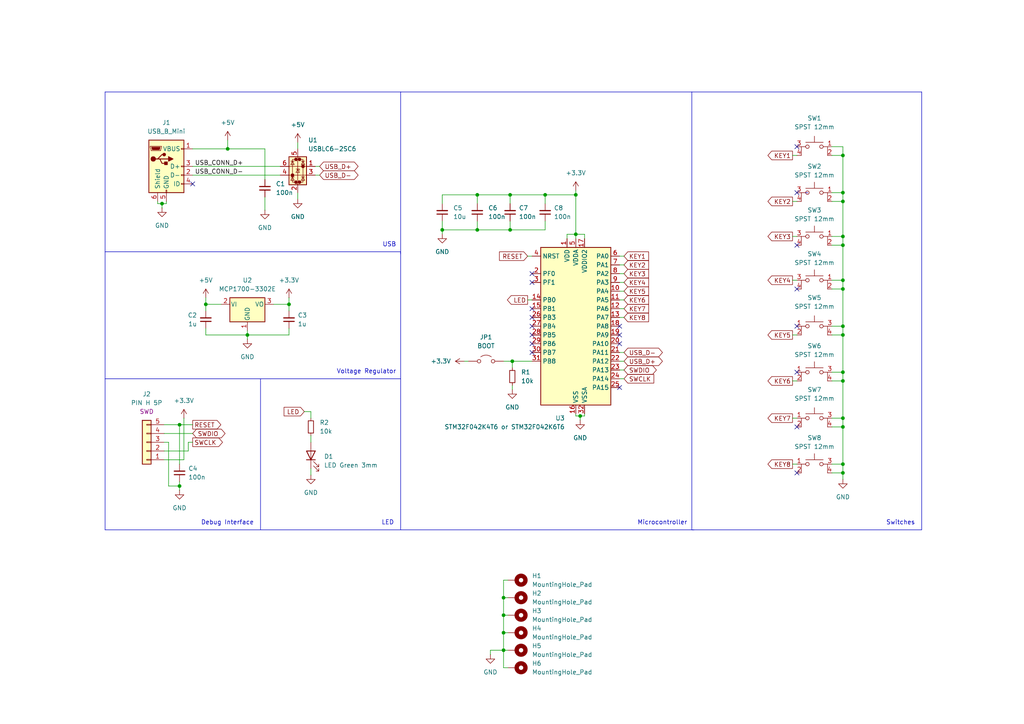
<source format=kicad_sch>
(kicad_sch (version 20231120) (generator "eeschema") (generator_version "8.0")
  (paper "A4")
  (title_block (title "octokeyz") (date "2024-06-16") (rev "20240616") (comment 3 "Released under CERN Open Hardware Licence Version 2 - Strongly Reciprocal") (comment 4 "Designed by: Rafael G. Martins"))
  (lib_symbols
    (symbol "Connector:USB_B_Mini" (pin_names (offset 1.016))
      (property "Reference" "J" (at -5.08 11.43 0))
      (property "Value" "USB_B_Mini" (at -5.08 8.89 0))
      (symbol "USB_B_Mini_0_1"
        (rectangle (start -5.08 -7.62) (end 5.08 7.62) (stroke (width 0.254)) (fill (type background)))
        (circle (center -3.81 2.159) (radius 0.635) (stroke (width 0.254)) (fill (type outline)))
        (circle (center -0.635 3.429) (radius 0.381) (stroke (width 0.254)) (fill (type outline)))
        (rectangle (start -0.127 -7.62) (end 0.127 -6.858))
        (polyline (pts (xy -1.905 2.159) (xy 0.635 2.159)) (stroke (width 0.254)))
        (polyline (pts (xy -3.175 2.159) (xy -2.54 2.159) (xy -1.27 3.429) (xy -0.635 3.429)) (stroke (width 0.254)))
        (polyline (pts (xy -2.54 2.159) (xy -1.905 2.159) (xy -1.27 0.889) (xy 0 0.889)) (stroke (width 0.254)))
        (polyline (pts (xy 0.635 2.794) (xy 0.635 1.524) (xy 1.905 2.159) (xy 0.635 2.794)) (stroke (width 0.254)) (fill (type outline)))
        (polyline (pts (xy -4.318 5.588) (xy -1.778 5.588) (xy -2.032 4.826) (xy -4.064 4.826) (xy -4.318 5.588)) (fill (type outline)))
        (polyline (pts (xy -4.699 5.842) (xy -4.699 5.588) (xy -4.445 4.826) (xy -4.445 4.572) (xy -1.651 4.572) (xy -1.651 4.826) (xy -1.397 5.588) (xy -1.397 5.842) (xy -4.699 5.842)))
        (rectangle (start 0.254 1.27) (end -0.508 0.508) (stroke (width 0.254)) (fill (type outline)))
        (rectangle (start 5.08 -5.207) (end 4.318 -4.953))
        (rectangle (start 5.08 -2.667) (end 4.318 -2.413))
        (rectangle (start 5.08 -0.127) (end 4.318 0.127))
        (rectangle (start 5.08 4.953) (end 4.318 5.207))
      )
      (symbol "USB_B_Mini_1_1"
        (pin power_out line (at 7.62 5.08 180) (length 2.54) (name "VBUS") (number "1"))
        (pin bidirectional line (at 7.62 -2.54 180) (length 2.54) (name "D-") (number "2"))
        (pin bidirectional line (at 7.62 0 180) (length 2.54) (name "D+") (number "3"))
        (pin passive line (at 7.62 -5.08 180) (length 2.54) (name "ID") (number "4"))
        (pin power_out line (at 0 -10.16 90) (length 2.54) (name "GND") (number "5"))
        (pin passive line (at -2.54 -10.16 90) (length 2.54) (name "Shield") (number "6"))
      )
    )
    (symbol "Connector_Generic:Conn_01x05" (pin_names (offset 1.016) hide)
      (property "Reference" "J" (at 0 7.62 0))
      (property "Value" "Conn_01x05" (at 0 -7.62 0))
      (symbol "Conn_01x05_1_1"
        (rectangle (start -1.27 -4.953) (end 0 -5.207) (stroke (width 0.1524)))
        (rectangle (start -1.27 -2.413) (end 0 -2.667) (stroke (width 0.1524)))
        (rectangle (start -1.27 0.127) (end 0 -0.127) (stroke (width 0.1524)))
        (rectangle (start -1.27 2.667) (end 0 2.413) (stroke (width 0.1524)))
        (rectangle (start -1.27 5.207) (end 0 4.953) (stroke (width 0.1524)))
        (rectangle (start -1.27 6.35) (end 1.27 -6.35) (stroke (width 0.254)) (fill (type background)))
        (pin passive line (at -5.08 5.08 0) (length 3.81) (name "Pin_1") (number "1"))
        (pin passive line (at -5.08 2.54 0) (length 3.81) (name "Pin_2") (number "2"))
        (pin passive line (at -5.08 0 0) (length 3.81) (name "Pin_3") (number "3"))
        (pin passive line (at -5.08 -2.54 0) (length 3.81) (name "Pin_4") (number "4"))
        (pin passive line (at -5.08 -5.08 0) (length 3.81) (name "Pin_5") (number "5"))
      )
    )
    (symbol "Device:C_Small" (pin_numbers hide) (pin_names (offset 0.254) hide)
      (property "Reference" "C" (at 0.254 1.778 0))
      (property "Value" "C_Small" (at 0.254 -2.032 0))
      (symbol "C_Small_0_1"
        (polyline (pts (xy -1.524 -0.508) (xy 1.524 -0.508)) (stroke (width 0.3302)))
        (polyline (pts (xy -1.524 0.508) (xy 1.524 0.508)) (stroke (width 0.3048)))
      )
      (symbol "C_Small_1_1"
        (pin passive line (at 0 2.54 270) (length 2.032) (name "~") (number "1"))
        (pin passive line (at 0 -2.54 90) (length 2.032) (name "~") (number "2"))
      )
    )
    (symbol "Device:LED" (pin_numbers hide) (pin_names (offset 1.016) hide)
      (property "Reference" "D" (at 0 2.54 0))
      (property "Value" "LED" (at 0 -2.54 0))
      (symbol "LED_0_1"
        (polyline (pts (xy -1.27 -1.27) (xy -1.27 1.27)) (stroke (width 0.254)))
        (polyline (pts (xy -1.27 0) (xy 1.27 0)))
        (polyline (pts (xy 1.27 -1.27) (xy 1.27 1.27) (xy -1.27 0) (xy 1.27 -1.27)) (stroke (width 0.254)))
        (polyline (pts (xy -3.048 -0.762) (xy -4.572 -2.286) (xy -3.81 -2.286) (xy -4.572 -2.286) (xy -4.572 -1.524)))
        (polyline (pts (xy -1.778 -0.762) (xy -3.302 -2.286) (xy -2.54 -2.286) (xy -3.302 -2.286) (xy -3.302 -1.524)))
      )
      (symbol "LED_1_1"
        (pin passive line (at -3.81 0 0) (length 2.54) (name "K") (number "1"))
        (pin passive line (at 3.81 0 180) (length 2.54) (name "A") (number "2"))
      )
    )
    (symbol "Device:R_Small" (pin_numbers hide) (pin_names (offset 0.254) hide)
      (property "Reference" "R" (at 0.762 0.508 0))
      (property "Value" "R_Small" (at 0.762 -1.016 0))
      (symbol "R_Small_0_1"
        (rectangle (start -0.762 1.778) (end 0.762 -1.778) (stroke (width 0.2032)))
      )
      (symbol "R_Small_1_1"
        (pin passive line (at 0 2.54 270) (length 0.762) (name "~") (number "1"))
        (pin passive line (at 0 -2.54 90) (length 0.762) (name "~") (number "2"))
      )
    )
    (symbol "Jumper:Jumper_2_Open" (pin_numbers hide) (pin_names (offset 0) hide) (exclude_from_sim yes)
      (property "Reference" "JP" (at 0 2.794 0))
      (property "Value" "Jumper_2_Open" (at 0 -2.286 0))
      (symbol "Jumper_2_Open_0_0"
        (circle (center -2.032 0) (radius 0.508))
        (circle (center 2.032 0) (radius 0.508))
      )
      (symbol "Jumper_2_Open_0_1"
        (arc (start 1.524 1.27) (mid 0 1.778) (end -1.524 1.27))
      )
      (symbol "Jumper_2_Open_1_1"
        (pin passive line (at -5.08 0 0) (length 2.54) (name "A") (number "1"))
        (pin passive line (at 5.08 0 180) (length 2.54) (name "B") (number "2"))
      )
    )
    (symbol "MCU_ST_STM32F0:STM32F042K6Tx"
      (property "Reference" "U" (at -10.16 24.13 0))
      (property "Value" "STM32F042K6Tx" (at 5.08 24.13 0))
      (symbol "STM32F042K6Tx_0_1"
        (rectangle (start -10.16 -22.86) (end 10.16 22.86) (stroke (width 0.254)) (fill (type background)))
      )
      (symbol "STM32F042K6Tx_1_1"
        (pin power_in line (at -2.54 25.4 270) (length 2.54) (name "VDD") (number "1"))
        (pin bidirectional line (at 12.7 10.16 180) (length 2.54) (name "PA4") (number "10"))
        (pin bidirectional line (at 12.7 7.62 180) (length 2.54) (name "PA5") (number "11"))
        (pin bidirectional line (at 12.7 5.08 180) (length 2.54) (name "PA6") (number "12"))
        (pin bidirectional line (at 12.7 2.54 180) (length 2.54) (name "PA7") (number "13"))
        (pin bidirectional line (at -12.7 7.62 0) (length 2.54) (name "PB0") (number "14"))
        (pin bidirectional line (at -12.7 5.08 0) (length 2.54) (name "PB1") (number "15"))
        (pin power_in line (at 0 -25.4 90) (length 2.54) (name "VSS") (number "16"))
        (pin power_in line (at 2.54 25.4 270) (length 2.54) (name "VDDIO2") (number "17"))
        (pin bidirectional line (at 12.7 0 180) (length 2.54) (name "PA8") (number "18"))
        (pin bidirectional line (at 12.7 -2.54 180) (length 2.54) (name "PA9") (number "19"))
        (pin bidirectional line (at -12.7 15.24 0) (length 2.54) (name "PF0") (number "2"))
        (pin bidirectional line (at 12.7 -5.08 180) (length 2.54) (name "PA10") (number "20"))
        (pin bidirectional line (at 12.7 -7.62 180) (length 2.54) (name "PA11") (number "21"))
        (pin bidirectional line (at 12.7 -10.16 180) (length 2.54) (name "PA12") (number "22"))
        (pin bidirectional line (at 12.7 -12.7 180) (length 2.54) (name "PA13") (number "23"))
        (pin bidirectional line (at 12.7 -15.24 180) (length 2.54) (name "PA14") (number "24"))
        (pin bidirectional line (at 12.7 -17.78 180) (length 2.54) (name "PA15") (number "25"))
        (pin bidirectional line (at -12.7 2.54 0) (length 2.54) (name "PB3") (number "26"))
        (pin bidirectional line (at -12.7 0 0) (length 2.54) (name "PB4") (number "27"))
        (pin bidirectional line (at -12.7 -2.54 0) (length 2.54) (name "PB5") (number "28"))
        (pin bidirectional line (at -12.7 -5.08 0) (length 2.54) (name "PB6") (number "29"))
        (pin bidirectional line (at -12.7 12.7 0) (length 2.54) (name "PF1") (number "3"))
        (pin bidirectional line (at -12.7 -7.62 0) (length 2.54) (name "PB7") (number "30"))
        (pin bidirectional line (at -12.7 -10.16 0) (length 2.54) (name "PB8") (number "31"))
        (pin power_in line (at 2.54 -25.4 90) (length 2.54) (name "VSSA") (number "32"))
        (pin input line (at -12.7 20.32 0) (length 2.54) (name "NRST") (number "4"))
        (pin power_in line (at 0 25.4 270) (length 2.54) (name "VDDA") (number "5"))
        (pin bidirectional line (at 12.7 20.32 180) (length 2.54) (name "PA0") (number "6"))
        (pin bidirectional line (at 12.7 17.78 180) (length 2.54) (name "PA1") (number "7"))
        (pin bidirectional line (at 12.7 15.24 180) (length 2.54) (name "PA2") (number "8"))
        (pin bidirectional line (at 12.7 12.7 180) (length 2.54) (name "PA3") (number "9"))
      )
    )
    (symbol "Mechanical:MountingHole_Pad" (pin_numbers hide) (pin_names (offset 1.016) hide) (exclude_from_sim yes) (in_bom no)
      (property "Reference" "H" (at 0 6.35 0))
      (property "Value" "MountingHole_Pad" (at 0 4.445 0))
      (symbol "MountingHole_Pad_0_1"
        (circle (center 0 1.27) (radius 1.27) (stroke (width 1.27)))
      )
      (symbol "MountingHole_Pad_1_1"
        (pin input line (at 0 -2.54 90) (length 2.54) (name "1") (number "1"))
      )
    )
    (symbol "Power_Protection:USBLC6-2SC6" (pin_names hide)
      (property "Reference" "U" (at 0.635 5.715 0))
      (property "Value" "USBLC6-2SC6" (at 0.635 3.81 0))
      (symbol "USBLC6-2SC6_0_0"
        (circle (center -1.524 0) (radius 0.0001) (stroke (width 0.508)))
        (circle (center -0.508 -4.572) (radius 0.0001) (stroke (width 0.508)))
        (circle (center -0.508 2.032) (radius 0.0001) (stroke (width 0.508)))
        (circle (center 0.508 -4.572) (radius 0.0001) (stroke (width 0.508)))
        (circle (center 0.508 2.032) (radius 0.0001) (stroke (width 0.508)))
        (circle (center 1.524 -2.54) (radius 0.0001) (stroke (width 0.508)))
      )
      (symbol "USBLC6-2SC6_0_1"
        (polyline (pts (xy -2.54 -2.54) (xy 2.54 -2.54)))
        (polyline (pts (xy -2.54 0) (xy 2.54 0)))
        (polyline (pts (xy -2.032 -3.048) (xy -1.016 -3.048)))
        (polyline (pts (xy -1.016 1.524) (xy -2.032 1.524)))
        (polyline (pts (xy 1.016 -3.048) (xy 2.032 -3.048)))
        (polyline (pts (xy 1.016 1.524) (xy 2.032 1.524)))
        (polyline (pts (xy -0.508 -1.143) (xy -0.508 -0.762) (xy 0.508 -0.762)))
        (polyline (pts (xy -2.032 0.508) (xy -1.016 0.508) (xy -1.524 1.524) (xy -2.032 0.508)))
        (polyline (pts (xy -1.016 -4.064) (xy -2.032 -4.064) (xy -1.524 -3.048) (xy -1.016 -4.064)))
        (polyline (pts (xy 0.508 -1.778) (xy -0.508 -1.778) (xy 0 -0.762) (xy 0.508 -1.778)))
        (polyline (pts (xy 2.032 -4.064) (xy 1.016 -4.064) (xy 1.524 -3.048) (xy 2.032 -4.064)))
        (polyline (pts (xy 2.032 0.508) (xy 1.016 0.508) (xy 1.524 1.524) (xy 2.032 0.508)))
        (polyline (pts (xy 0 2.54) (xy -0.508 2.032) (xy 0.508 2.032) (xy 0 1.524) (xy 0 -4.064) (xy -0.508 -4.572) (xy 0.508 -4.572) (xy 0 -5.08)))
      )
      (symbol "USBLC6-2SC6_1_1"
        (rectangle (start -2.54 2.794) (end 2.54 -5.334) (stroke (width 0.254)) (fill (type background)))
        (polyline (pts (xy -0.508 2.032) (xy -1.524 2.032) (xy -1.524 -4.572) (xy -0.508 -4.572)))
        (polyline (pts (xy 0.508 -4.572) (xy 1.524 -4.572) (xy 1.524 2.032) (xy 0.508 2.032)))
        (pin passive line (at -5.08 0 0) (length 2.54) (name "I/O1") (number "1"))
        (pin passive line (at 0 -7.62 90) (length 2.54) (name "GND") (number "2"))
        (pin passive line (at -5.08 -2.54 0) (length 2.54) (name "I/O2") (number "3"))
        (pin passive line (at 5.08 -2.54 180) (length 2.54) (name "I/O2") (number "4"))
        (pin passive line (at 0 5.08 270) (length 2.54) (name "VBUS") (number "5"))
        (pin passive line (at 5.08 0 180) (length 2.54) (name "I/O1") (number "6"))
      )
    )
    (symbol "Regulator_Linear:MCP1700x-330xxTO" (pin_names (offset 0.254))
      (property "Reference" "U" (at -3.81 -3.175 0))
      (property "Value" "MCP1700x-330xxTO" (at 0 -3.175 0))
      (symbol "MCP1700x-330xxTO_0_1"
        (rectangle (start -5.08 5.08) (end 5.08 -1.905) (stroke (width 0.254)) (fill (type background)))
      )
      (symbol "MCP1700x-330xxTO_1_1"
        (pin power_in line (at 0 7.62 270) (length 2.54) (name "GND") (number "1"))
        (pin power_in line (at -7.62 0 0) (length 2.54) (name "VI") (number "2"))
        (pin power_out line (at 7.62 0 180) (length 2.54) (name "VO") (number "3"))
      )
    )
    (symbol "octokeyz:SW_Push" (pin_names (offset 1.016) hide)
      (property "Reference" "SW" (at 1.27 2.54 0))
      (property "Value" "SW_Push" (at 0 -3.81 0))
      (symbol "SW_Push_0_1"
        (circle (center -2.032 0) (radius 0.508))
        (polyline (pts (xy 0 1.27) (xy 0 3.048)))
        (polyline (pts (xy 2.54 1.27) (xy -2.54 1.27)))
        (polyline (pts (xy -3.81 -2.54) (xy -3.81 0) (xy -2.54 0)))
        (polyline (pts (xy 3.81 -2.54) (xy 3.81 0) (xy 2.54 0)))
        (circle (center 2.032 0) (radius 0.508))
        (pin passive line (at -5.08 0 0) (length 1.27) (name "1") (number "1"))
        (pin passive line (at -5.08 -2.54 0) (length 1.27) (name "2") (number "2"))
        (pin passive line (at 5.08 0 180) (length 1.27) (name "3") (number "3"))
        (pin passive line (at 5.08 -2.54 180) (length 1.27) (name "4") (number "4"))
      )
    )
    (symbol "power:+3.3V" (power) (pin_numbers hide) (pin_names (offset 0) hide)
      (property "Value" "+3.3V" (at 0 3.556 0))
      (symbol "+3.3V_0_1"
        (polyline (pts (xy -0.762 1.27) (xy 0 2.54)))
        (polyline (pts (xy 0 0) (xy 0 2.54)))
        (polyline (pts (xy 0 2.54) (xy 0.762 1.27)))
      )
      (symbol "+3.3V_1_1"
        (pin power_in line (at 0 0 90) (length 0) (name "~") (number "1"))
      )
    )
    (symbol "power:+5V" (power) (pin_numbers hide) (pin_names (offset 0) hide)
      (property "Value" "+5V" (at 0 3.556 0))
      (symbol "+5V_0_1"
        (polyline (pts (xy -0.762 1.27) (xy 0 2.54)))
        (polyline (pts (xy 0 0) (xy 0 2.54)))
        (polyline (pts (xy 0 2.54) (xy 0.762 1.27)))
      )
      (symbol "+5V_1_1"
        (pin power_in line (at 0 0 90) (length 0) (name "~") (number "1"))
      )
    )
    (symbol "power:GND" (power) (pin_numbers hide) (pin_names (offset 0) hide)
      (property "Value" "GND" (at 0 -3.81 0))
      (symbol "GND_0_1"
        (polyline (pts (xy 0 0) (xy 0 -1.27) (xy 1.27 -1.27) (xy 0 -2.54) (xy -1.27 -1.27) (xy 0 -1.27)))
      )
      (symbol "GND_1_1"
        (pin power_in line (at 0 0 270) (length 0) (name "~") (number "1"))
      )
    )
  )
  (junction (at 52.07 140.97))
  (junction (at 167.005 56.515))
  (junction (at 244.475 68.58))
  (junction (at 244.475 137.16))
  (junction (at 146.05 178.435))
  (junction (at 244.475 107.95))
  (junction (at 244.475 58.42))
  (junction (at 244.475 83.82))
  (junction (at 244.475 123.825))
  (junction (at 146.05 188.595))
  (junction (at 146.05 183.515))
  (junction (at 148.59 104.775))
  (junction (at 138.43 66.675))
  (junction (at 244.475 97.155))
  (junction (at 244.475 134.62))
  (junction (at 128.27 66.675))
  (junction (at 244.475 121.285))
  (junction (at 147.955 66.675))
  (junction (at 244.475 55.88))
  (junction (at 167.005 67.945))
  (junction (at 168.275 120.65))
  (junction (at 244.475 110.49))
  (junction (at 46.99 59.055))
  (junction (at 66.04 43.18))
  (junction (at 244.475 81.28))
  (junction (at 71.755 97.155))
  (junction (at 158.115 56.515))
  (junction (at 244.475 45.085))
  (junction (at 147.955 56.515))
  (junction (at 138.43 56.515))
  (junction (at 83.82 88.265))
  (junction (at 59.69 88.265))
  (junction (at 244.475 71.12))
  (junction (at 244.475 94.615))
  (junction (at 146.05 173.355))
  (junction (at 52.07 123.19))
  (no_connect (at 154.305 99.695))
  (no_connect (at 179.705 97.155))
  (no_connect (at 179.705 94.615))
  (no_connect (at 231.14 83.82))
  (no_connect (at 231.14 94.615))
  (no_connect (at 231.14 71.12))
  (no_connect (at 154.305 89.535))
  (no_connect (at 154.305 81.915))
  (no_connect (at 231.14 137.16))
  (no_connect (at 154.305 79.375))
  (no_connect (at 231.14 42.545))
  (no_connect (at 179.705 99.695))
  (no_connect (at 231.14 107.95))
  (no_connect (at 154.305 94.615))
  (no_connect (at 231.14 55.88))
  (no_connect (at 154.305 92.075))
  (no_connect (at 154.305 102.235))
  (no_connect (at 154.305 97.155))
  (no_connect (at 179.705 112.395))
  (no_connect (at 55.88 53.34))
  (no_connect (at 231.14 123.825))
  (wire (pts (xy 244.475 55.88) (xy 244.475 58.42)))
  (wire (pts (xy 241.3 45.085) (xy 244.475 45.085)))
  (wire (pts (xy 54.61 130.81) (xy 54.61 128.27)))
  (wire (pts (xy 54.61 128.27) (xy 55.88 128.27)))
  (wire (pts (xy 241.3 71.12) (xy 244.475 71.12)))
  (wire (pts (xy 146.05 173.355) (xy 147.32 173.355)))
  (wire (pts (xy 179.705 81.915) (xy 180.975 81.915)))
  (wire (pts (xy 168.275 120.65) (xy 169.545 120.65)))
  (wire (pts (xy 229.87 97.155) (xy 231.14 97.155)))
  (wire (pts (xy 47.625 133.35) (xy 53.34 133.35)))
  (wire (pts (xy 241.3 97.155) (xy 244.475 97.155)))
  (wire (pts (xy 55.88 43.18) (xy 66.04 43.18)))
  (wire (pts (xy 146.05 188.595) (xy 146.05 183.515)))
  (wire (pts (xy 138.43 56.515) (xy 147.955 56.515)))
  (wire (pts (xy 179.705 92.075) (xy 180.975 92.075)))
  (wire (pts (xy 146.05 178.435) (xy 146.05 183.515)))
  (wire (pts (xy 241.3 68.58) (xy 244.475 68.58)))
  (wire (pts (xy 146.05 188.595) (xy 142.24 188.595)))
  (polyline (pts (xy 200.66 153.67) (xy 201.295 153.67)))
  (wire (pts (xy 59.69 88.265) (xy 64.135 88.265)))
  (wire (pts (xy 179.705 104.775) (xy 180.975 104.775)))
  (wire (pts (xy 146.05 183.515) (xy 147.32 183.515)))
  (wire (pts (xy 148.59 111.76) (xy 148.59 113.03)))
  (polyline (pts (xy 30.48 26.67) (xy 30.48 153.67)))
  (wire (pts (xy 229.87 81.28) (xy 231.14 81.28)))
  (wire (pts (xy 45.72 58.42) (xy 45.72 59.055)))
  (wire (pts (xy 244.475 68.58) (xy 244.475 71.12)))
  (wire (pts (xy 90.17 135.89) (xy 90.17 137.795)))
  (polyline (pts (xy 30.48 109.855) (xy 116.205 109.855)))
  (wire (pts (xy 179.705 76.835) (xy 180.975 76.835)))
  (wire (pts (xy 66.04 43.18) (xy 76.835 43.18)))
  (wire (pts (xy 229.87 45.085) (xy 231.14 45.085)))
  (wire (pts (xy 83.82 88.265) (xy 83.82 90.17)))
  (wire (pts (xy 52.07 123.19) (xy 55.88 123.19)))
  (wire (pts (xy 52.07 140.97) (xy 52.07 139.7)))
  (wire (pts (xy 146.05 104.775) (xy 148.59 104.775)))
  (wire (pts (xy 229.87 134.62) (xy 231.14 134.62)))
  (wire (pts (xy 244.475 81.28) (xy 244.475 83.82)))
  (wire (pts (xy 179.705 74.295) (xy 180.975 74.295)))
  (wire (pts (xy 158.115 56.515) (xy 167.005 56.515)))
  (wire (pts (xy 229.87 110.49) (xy 231.14 110.49)))
  (wire (pts (xy 147.32 168.275) (xy 146.05 168.275)))
  (wire (pts (xy 229.87 121.285) (xy 231.14 121.285)))
  (wire (pts (xy 59.69 86.36) (xy 59.69 88.265)))
  (wire (pts (xy 71.755 97.155) (xy 71.755 98.425)))
  (wire (pts (xy 244.475 42.545) (xy 241.3 42.545)))
  (wire (pts (xy 179.705 79.375) (xy 180.975 79.375)))
  (wire (pts (xy 244.475 123.825) (xy 244.475 121.285)))
  (wire (pts (xy 167.005 56.515) (xy 167.005 67.945)))
  (wire (pts (xy 241.3 94.615) (xy 244.475 94.615)))
  (wire (pts (xy 147.955 56.515) (xy 147.955 59.055)))
  (wire (pts (xy 86.36 55.88) (xy 86.36 57.785)))
  (wire (pts (xy 128.27 67.945) (xy 128.27 66.675)))
  (wire (pts (xy 158.115 66.675) (xy 158.115 64.135)))
  (wire (pts (xy 169.545 120.65) (xy 169.545 120.015)))
  (wire (pts (xy 147.955 64.135) (xy 147.955 66.675)))
  (wire (pts (xy 244.475 110.49) (xy 244.475 121.285)))
  (wire (pts (xy 241.3 134.62) (xy 244.475 134.62)))
  (wire (pts (xy 91.44 48.26) (xy 92.71 48.26)))
  (wire (pts (xy 146.05 193.675) (xy 147.32 193.675)))
  (wire (pts (xy 146.05 173.355) (xy 146.05 178.435)))
  (wire (pts (xy 90.17 119.38) (xy 90.17 121.285)))
  (wire (pts (xy 241.3 110.49) (xy 244.475 110.49)))
  (wire (pts (xy 164.465 67.945) (xy 167.005 67.945)))
  (wire (pts (xy 83.82 86.36) (xy 83.82 88.265)))
  (wire (pts (xy 52.07 134.62) (xy 52.07 123.19)))
  (wire (pts (xy 164.465 67.945) (xy 164.465 69.215)))
  (wire (pts (xy 241.3 121.285) (xy 244.475 121.285)))
  (wire (pts (xy 48.26 59.055) (xy 48.26 58.42)))
  (wire (pts (xy 158.115 56.515) (xy 158.115 59.055)))
  (wire (pts (xy 244.475 42.545) (xy 244.475 45.085)))
  (polyline (pts (xy 200.66 26.67) (xy 200.66 153.67)))
  (wire (pts (xy 169.545 67.945) (xy 167.005 67.945)))
  (wire (pts (xy 91.44 50.8) (xy 92.71 50.8)))
  (wire (pts (xy 76.835 57.15) (xy 76.835 60.96)))
  (wire (pts (xy 244.475 94.615) (xy 244.475 97.155)))
  (wire (pts (xy 167.005 67.945) (xy 167.005 69.215)))
  (wire (pts (xy 241.3 137.16) (xy 244.475 137.16)))
  (polyline (pts (xy 267.335 26.67) (xy 267.335 153.67)))
  (wire (pts (xy 244.475 137.16) (xy 244.475 134.62)))
  (wire (pts (xy 46.99 59.055) (xy 46.99 60.325)))
  (wire (pts (xy 48.895 140.97) (xy 52.07 140.97)))
  (wire (pts (xy 90.17 126.365) (xy 90.17 128.27)))
  (wire (pts (xy 179.705 109.855) (xy 180.975 109.855)))
  (wire (pts (xy 128.27 66.675) (xy 138.43 66.675)))
  (wire (pts (xy 134.62 104.775) (xy 135.89 104.775)))
  (wire (pts (xy 55.88 50.8) (xy 81.28 50.8)))
  (wire (pts (xy 71.755 95.885) (xy 71.755 97.155)))
  (wire (pts (xy 179.705 107.315) (xy 180.975 107.315)))
  (wire (pts (xy 244.475 123.825) (xy 244.475 134.62)))
  (wire (pts (xy 179.705 86.995) (xy 180.975 86.995)))
  (wire (pts (xy 138.43 66.675) (xy 147.955 66.675)))
  (wire (pts (xy 241.3 83.82) (xy 244.475 83.82)))
  (wire (pts (xy 146.05 188.595) (xy 147.32 188.595)))
  (wire (pts (xy 167.005 120.65) (xy 168.275 120.65)))
  (wire (pts (xy 244.475 58.42) (xy 244.475 68.58)))
  (wire (pts (xy 52.07 140.97) (xy 52.07 142.24)))
  (wire (pts (xy 244.475 107.95) (xy 244.475 110.49)))
  (wire (pts (xy 168.275 120.65) (xy 168.275 121.92)))
  (wire (pts (xy 146.05 193.675) (xy 146.05 188.595)))
  (wire (pts (xy 147.955 66.675) (xy 158.115 66.675)))
  (wire (pts (xy 241.3 81.28) (xy 244.475 81.28)))
  (wire (pts (xy 76.835 43.18) (xy 76.835 52.07)))
  (wire (pts (xy 179.705 84.455) (xy 180.975 84.455)))
  (wire (pts (xy 148.59 104.775) (xy 148.59 106.68)))
  (wire (pts (xy 167.005 55.245) (xy 167.005 56.515)))
  (wire (pts (xy 244.475 137.16) (xy 244.475 139.065)))
  (wire (pts (xy 244.475 45.085) (xy 244.475 55.88)))
  (wire (pts (xy 241.3 55.88) (xy 244.475 55.88)))
  (wire (pts (xy 52.07 123.19) (xy 47.625 123.19)))
  (wire (pts (xy 128.27 56.515) (xy 138.43 56.515)))
  (wire (pts (xy 179.705 102.235) (xy 180.975 102.235)))
  (wire (pts (xy 241.3 123.825) (xy 244.475 123.825)))
  (wire (pts (xy 146.05 178.435) (xy 147.32 178.435)))
  (wire (pts (xy 128.27 56.515) (xy 128.27 59.055)))
  (wire (pts (xy 153.035 86.995) (xy 154.305 86.995)))
  (wire (pts (xy 48.895 128.27) (xy 48.895 140.97)))
  (polyline (pts (xy 267.335 153.67) (xy 30.48 153.67)))
  (wire (pts (xy 147.955 56.515) (xy 158.115 56.515)))
  (wire (pts (xy 229.87 58.42) (xy 231.14 58.42)))
  (wire (pts (xy 55.88 48.26) (xy 81.28 48.26)))
  (wire (pts (xy 146.05 168.275) (xy 146.05 173.355)))
  (wire (pts (xy 47.625 130.81) (xy 54.61 130.81)))
  (wire (pts (xy 128.27 64.135) (xy 128.27 66.675)))
  (wire (pts (xy 138.43 64.135) (xy 138.43 66.675)))
  (wire (pts (xy 71.755 97.155) (xy 83.82 97.155)))
  (wire (pts (xy 47.625 125.73) (xy 55.88 125.73)))
  (wire (pts (xy 244.475 71.12) (xy 244.475 81.28)))
  (wire (pts (xy 59.69 95.25) (xy 59.69 97.155)))
  (wire (pts (xy 45.72 59.055) (xy 46.99 59.055)))
  (wire (pts (xy 241.3 107.95) (xy 244.475 107.95)))
  (wire (pts (xy 148.59 104.775) (xy 154.305 104.775)))
  (wire (pts (xy 244.475 83.82) (xy 244.475 94.615)))
  (polyline (pts (xy 30.48 26.67) (xy 267.335 26.67)))
  (wire (pts (xy 88.265 119.38) (xy 90.17 119.38)))
  (wire (pts (xy 142.24 188.595) (xy 142.24 189.865)))
  (wire (pts (xy 46.99 59.055) (xy 48.26 59.055)))
  (wire (pts (xy 47.625 128.27) (xy 48.895 128.27)))
  (wire (pts (xy 167.005 120.015) (xy 167.005 120.65)))
  (polyline (pts (xy 116.205 73.025) (xy 116.205 73.66)))
  (polyline (pts (xy 75.565 109.855) (xy 75.565 153.67)))
  (wire (pts (xy 53.34 121.285) (xy 53.34 133.35)))
  (wire (pts (xy 59.69 97.155) (xy 71.755 97.155)))
  (wire (pts (xy 79.375 88.265) (xy 83.82 88.265)))
  (polyline (pts (xy 116.205 26.67) (xy 116.205 153.67)))
  (wire (pts (xy 244.475 97.155) (xy 244.475 107.95)))
  (wire (pts (xy 241.3 58.42) (xy 244.475 58.42)))
  (polyline (pts (xy 234.315 55.88) (xy 233.68 55.88)))
  (wire (pts (xy 169.545 67.945) (xy 169.545 69.215)))
  (wire (pts (xy 66.04 40.64) (xy 66.04 43.18)))
  (wire (pts (xy 86.36 41.275) (xy 86.36 43.18)))
  (wire (pts (xy 229.87 68.58) (xy 231.14 68.58)))
  (polyline (pts (xy 30.48 73.025) (xy 116.205 73.025)))
  (wire (pts (xy 179.705 89.535) (xy 180.975 89.535)))
  (wire (pts (xy 59.69 88.265) (xy 59.69 90.17)))
  (wire (pts (xy 153.035 74.295) (xy 154.305 74.295)))
  (wire (pts (xy 138.43 56.515) (xy 138.43 59.055)))
  (wire (pts (xy 83.82 95.25) (xy 83.82 97.155)))
  (text "Debug Interface" (at 73.66 152.4 0) (effects (font (size 1.27 1.27)) (justify right bottom)))
  (text "LED" (at 114.3 152.4 0) (effects (font (size 1.27 1.27)) (justify right bottom)))
  (text "Switches" (at 265.43 152.4 0) (effects (font (size 1.27 1.27)) (justify right bottom)))
  (text "Microcontroller" (at 199.39 152.4 0) (effects (font (size 1.27 1.27)) (justify right bottom)))
  (text "Voltage Regulator" (at 114.935 108.585 0) (effects (font (size 1.27 1.27)) (justify right bottom)))
  (text "USB" (at 114.935 71.755 0) (effects (font (size 1.27 1.27)) (justify right bottom)))
  (label "USB_CONN_D-" (at 56.515 50.8 0))
  (label "USB_CONN_D+" (at 56.515 48.26 0))
  (global_label "SWCLK" (shape input) (at 180.975 109.855 0) (property "Intersheetrefs" "${INTERSHEET_REFS}" (effects (hide yes))))
  (global_label "USB_D-" (shape bidirectional) (at 92.71 50.8 0) (property "Intersheetrefs" "${INTERSHEET_REFS}" (effects (hide yes))))
  (global_label "KEY8" (shape input) (at 180.975 92.075 0) (property "Intersheetrefs" "${INTERSHEET_REFS}" (effects (hide yes))))
  (global_label "KEY5" (shape output) (at 229.87 97.155 180) (property "Intersheetrefs" "${INTERSHEET_REFS}" (effects (hide yes))))
  (global_label "USB_D-" (shape bidirectional) (at 180.975 102.235 0) (property "Intersheetrefs" "${INTERSHEET_REFS}" (effects (hide yes))))
  (global_label "KEY1" (shape output) (at 229.87 45.085 180) (property "Intersheetrefs" "${INTERSHEET_REFS}" (effects (hide yes))))
  (global_label "SWDIO" (shape bidirectional) (at 55.88 125.73 0) (property "Intersheetrefs" "${INTERSHEET_REFS}" (effects (hide yes))))
  (global_label "KEY5" (shape input) (at 180.975 84.455 0) (property "Intersheetrefs" "${INTERSHEET_REFS}" (effects (hide yes))))
  (global_label "RESET" (shape output) (at 55.88 123.19 0) (property "Intersheetrefs" "${INTERSHEET_REFS}" (effects (hide yes))))
  (global_label "SWDIO" (shape bidirectional) (at 180.975 107.315 0) (property "Intersheetrefs" "${INTERSHEET_REFS}" (effects (hide yes))))
  (global_label "KEY3" (shape output) (at 229.87 68.58 180) (property "Intersheetrefs" "${INTERSHEET_REFS}" (effects (hide yes))))
  (global_label "KEY4" (shape output) (at 229.87 81.28 180) (property "Intersheetrefs" "${INTERSHEET_REFS}" (effects (hide yes))))
  (global_label "KEY4" (shape input) (at 180.975 81.915 0) (property "Intersheetrefs" "${INTERSHEET_REFS}" (effects (hide yes))))
  (global_label "USB_D+" (shape bidirectional) (at 180.975 104.775 0) (property "Intersheetrefs" "${INTERSHEET_REFS}" (effects (hide yes))))
  (global_label "LED" (shape output) (at 153.035 86.995 180) (property "Intersheetrefs" "${INTERSHEET_REFS}" (effects (hide yes))))
  (global_label "KEY1" (shape input) (at 180.975 74.295 0) (property "Intersheetrefs" "${INTERSHEET_REFS}" (effects (hide yes))))
  (global_label "KEY3" (shape input) (at 180.975 79.375 0) (property "Intersheetrefs" "${INTERSHEET_REFS}" (effects (hide yes))))
  (global_label "KEY2" (shape output) (at 229.87 58.42 180) (property "Intersheetrefs" "${INTERSHEET_REFS}" (effects (hide yes))))
  (global_label "RESET" (shape input) (at 153.035 74.295 180) (property "Intersheetrefs" "${INTERSHEET_REFS}" (effects (hide yes))))
  (global_label "KEY2" (shape input) (at 180.975 76.835 0) (property "Intersheetrefs" "${INTERSHEET_REFS}" (effects (hide yes))))
  (global_label "USB_D+" (shape bidirectional) (at 92.71 48.26 0) (property "Intersheetrefs" "${INTERSHEET_REFS}" (effects (hide yes))))
  (global_label "KEY6" (shape input) (at 180.975 86.995 0) (property "Intersheetrefs" "${INTERSHEET_REFS}" (effects (hide yes))))
  (global_label "SWCLK" (shape output) (at 55.88 128.27 0) (property "Intersheetrefs" "${INTERSHEET_REFS}" (effects (hide yes))))
  (global_label "KEY7" (shape input) (at 180.975 89.535 0) (property "Intersheetrefs" "${INTERSHEET_REFS}" (effects (hide yes))))
  (global_label "KEY8" (shape output) (at 229.87 134.62 180) (property "Intersheetrefs" "${INTERSHEET_REFS}" (effects (hide yes))))
  (global_label "KEY7" (shape output) (at 229.87 121.285 180) (property "Intersheetrefs" "${INTERSHEET_REFS}" (effects (hide yes))))
  (global_label "KEY6" (shape output) (at 229.87 110.49 180) (property "Intersheetrefs" "${INTERSHEET_REFS}" (effects (hide yes))))
  (global_label "LED" (shape input) (at 88.265 119.38 180) (property "Intersheetrefs" "${INTERSHEET_REFS}" (effects (hide yes))))
  (symbol (lib_id "Connector:USB_B_Mini") (at 48.26 48.26 0) (unit 1)
    (property "Reference" "J1" (at 48.26 35.56 0))
    (property "Value" "USB_B_Mini" (at 48.26 38.1 0))
    (property "Footprint" "octokeyz:USB_Mini-B_PTH" (effects (hide yes)))
    (property "Description" "USB Mini Type B connector" (effects (hide yes)))
    (property "MPN" "GMSB0522132EU" (effects (hide yes)))
  )
  (symbol (lib_id "octokeyz:SW_Push") (at 236.22 55.88 0) (mirror y) (unit 1)
    (property "Reference" "SW2" (at 236.22 48.26 0))
    (property "Value" "SPST 12mm" (at 236.22 50.8 0))
    (property "Footprint" "octokeyz:SW_PUSH-12mm" (effects (hide yes)))
    (property "Description" "Push button switch, generic, two pins" (effects (hide yes)))
  )
  (symbol (lib_id "power:GND") (at 46.99 60.325 0) (unit 1)
    (property "Reference" "#PWR01" (effects (hide yes)))
    (property "Value" "GND" (at 46.99 65.405 0))
    (property "Description" "Power symbol creates a global label with name \"GND\" , ground" (effects (hide yes)))
  )
  (symbol (lib_id "power:GND") (at 76.835 60.96 0) (unit 1)
    (property "Reference" "#PWR07" (effects (hide yes)))
    (property "Value" "GND" (at 76.835 66.04 0))
    (property "Description" "Power symbol creates a global label with name \"GND\" , ground" (effects (hide yes)))
  )
  (symbol (lib_id "MCU_ST_STM32F0:STM32F042K6Tx") (at 167.005 94.615 0) (unit 1)
    (property "Reference" "U3" (at 163.83 121.285 0) (effects (justify right)))
    (property "Value" "STM32F042K4T6 or STM32F042K6T6" (at 163.83 123.825 0) (effects (justify right)))
    (property "Footprint" "Package_QFP:LQFP-32_7x7mm_P0.8mm" (effects (hide yes)))
    (property "Datasheet" "https://www.st.com/resource/en/datasheet/stm32f042k6.pdf" (effects (hide yes)))
    (property "Description" "STMicroelectronics Arm Cortex-M0 MCU, 32KB flash, 6KB RAM, 48 MHz, 2.0-3.6V, 26 GPIO, LQFP32" (effects (hide yes)))
    (property "MPN" "STM32F042K6T6" (effects (hide yes)))
  )
  (symbol (lib_id "Mechanical:MountingHole_Pad") (at 149.86 168.275 270) (unit 1)
    (property "Reference" "H1" (at 154.305 167.0049 90) (effects (justify left)))
    (property "Value" "MountingHole_Pad" (at 154.305 169.5449 90) (effects (justify left)))
    (property "Footprint" "MountingHole:MountingHole_2.2mm_M2_Pad_Via" (effects (hide yes)))
    (property "Description" "Mounting Hole with connection" (effects (hide yes)))
  )
  (symbol (lib_id "power:+5V") (at 66.04 40.64 0) (unit 1)
    (property "Reference" "#PWR05" (effects (hide yes)))
    (property "Value" "+5V" (at 66.04 35.56 0))
    (property "Description" "Power symbol creates a global label with name \"+5V\"" (effects (hide yes)))
  )
  (symbol (lib_id "Mechanical:MountingHole_Pad") (at 149.86 193.675 270) (unit 1)
    (property "Reference" "H6" (at 154.305 192.4049 90) (effects (justify left)))
    (property "Value" "MountingHole_Pad" (at 154.305 194.9449 90) (effects (justify left)))
    (property "Footprint" "MountingHole:MountingHole_2.2mm_M2_Pad_Via" (effects (hide yes)))
    (property "Description" "Mounting Hole with connection" (effects (hide yes)))
  )
  (symbol (lib_id "octokeyz:SW_Push") (at 236.22 107.95 0) (unit 1)
    (property "Reference" "SW6" (at 236.22 100.33 0))
    (property "Value" "SPST 12mm" (at 236.22 102.87 0))
    (property "Footprint" "octokeyz:SW_PUSH-12mm" (effects (hide yes)))
    (property "Description" "Push button switch, generic, two pins" (effects (hide yes)))
  )
  (symbol (lib_id "power:GND") (at 128.27 67.945 0) (unit 1)
    (property "Reference" "#PWR012" (effects (hide yes)))
    (property "Value" "GND" (at 128.27 73.025 0))
    (property "Description" "Power symbol creates a global label with name \"GND\" , ground" (effects (hide yes)))
  )
  (symbol (lib_id "power:+3.3V") (at 53.34 121.285 0) (unit 1)
    (property "Reference" "#PWR03" (effects (hide yes)))
    (property "Value" "+3.3V" (at 53.34 116.205 0))
    (property "Description" "Power symbol creates a global label with name \"+3.3V\"" (effects (hide yes)))
  )
  (symbol (lib_id "Device:C_Small") (at 158.115 61.595 180) (unit 1)
    (property "Reference" "C8" (at 160.655 60.3186 0) (effects (justify right)))
    (property "Value" "100n" (at 160.655 62.8586 0) (effects (justify right)))
    (property "Footprint" "octokeyz:C_TDK_FA28" (effects (hide yes)))
    (property "Description" "Unpolarized capacitor, small symbol" (effects (hide yes)))
    (property "MPN" "FA28X7R1H104KNU06" (effects (hide yes)))
  )
  (symbol (lib_id "power:GND") (at 244.475 139.065 0) (unit 1)
    (property "Reference" "#PWR018" (effects (hide yes)))
    (property "Value" "GND" (at 244.475 144.145 0))
    (property "Description" "Power symbol creates a global label with name \"GND\" , ground" (effects (hide yes)))
  )
  (symbol (lib_id "power:GND") (at 142.24 189.865 0) (unit 1)
    (property "Reference" "#PWR014" (effects (hide yes)))
    (property "Value" "GND" (at 142.24 194.945 0))
    (property "Description" "Power symbol creates a global label with name \"GND\" , ground" (effects (hide yes)))
  )
  (symbol (lib_id "octokeyz:SW_Push") (at 236.22 68.58 0) (mirror y) (unit 1)
    (property "Reference" "SW3" (at 236.22 60.96 0))
    (property "Value" "SPST 12mm" (at 236.22 63.5 0))
    (property "Footprint" "octokeyz:SW_PUSH-12mm" (effects (hide yes)))
    (property "Description" "Push button switch, generic, two pins" (effects (hide yes)))
  )
  (symbol (lib_id "Device:C_Small") (at 52.07 137.16 180) (unit 1)
    (property "Reference" "C4" (at 54.61 135.8835 0) (effects (justify right)))
    (property "Value" "100n" (at 54.61 138.4235 0) (effects (justify right)))
    (property "Footprint" "octokeyz:C_TDK_FA28" (effects (hide yes)))
    (property "Description" "Unpolarized capacitor, small symbol" (effects (hide yes)))
    (property "MPN" "FA28X7R1H104KNU06" (effects (hide yes)))
  )
  (symbol (lib_id "Mechanical:MountingHole_Pad") (at 149.86 188.595 270) (unit 1)
    (property "Reference" "H5" (at 154.305 187.3249 90) (effects (justify left)))
    (property "Value" "MountingHole_Pad" (at 154.305 189.8649 90) (effects (justify left)))
    (property "Footprint" "MountingHole:MountingHole_2.2mm_M2_Pad_Via" (effects (hide yes)))
    (property "Description" "Mounting Hole with connection" (effects (hide yes)))
  )
  (symbol (lib_id "Device:C_Small") (at 147.955 61.595 180) (unit 1)
    (property "Reference" "C7" (at 150.495 60.3186 0) (effects (justify right)))
    (property "Value" "100n" (at 150.495 62.8586 0) (effects (justify right)))
    (property "Footprint" "octokeyz:C_TDK_FA28" (effects (hide yes)))
    (property "Description" "Unpolarized capacitor, small symbol" (effects (hide yes)))
    (property "MPN" "FA28X7R1H104KNU06" (effects (hide yes)))
  )
  (symbol (lib_id "power:GND") (at 148.59 113.03 0) (unit 1)
    (property "Reference" "#PWR015" (effects (hide yes)))
    (property "Value" "GND" (at 148.59 118.11 0))
    (property "Description" "Power symbol creates a global label with name \"GND\" , ground" (effects (hide yes)))
  )
  (symbol (lib_id "power:GND") (at 52.07 142.24 0) (unit 1)
    (property "Reference" "#PWR02" (effects (hide yes)))
    (property "Value" "GND" (at 52.07 147.32 0))
    (property "Description" "Power symbol creates a global label with name \"GND\" , ground" (effects (hide yes)))
  )
  (symbol (lib_id "octokeyz:SW_Push") (at 236.22 134.62 0) (unit 1)
    (property "Reference" "SW8" (at 236.22 127 0))
    (property "Value" "SPST 12mm" (at 236.22 129.54 0))
    (property "Footprint" "octokeyz:SW_PUSH-12mm" (effects (hide yes)))
    (property "Description" "Push button switch, generic, two pins" (effects (hide yes)))
  )
  (symbol (lib_id "power:+3.3V") (at 167.005 55.245 0) (unit 1)
    (property "Reference" "#PWR016" (effects (hide yes)))
    (property "Value" "+3.3V" (at 167.005 50.165 0))
    (property "Description" "Power symbol creates a global label with name \"+3.3V\"" (effects (hide yes)))
  )
  (symbol (lib_id "power:GND") (at 168.275 121.92 0) (unit 1)
    (property "Reference" "#PWR017" (effects (hide yes)))
    (property "Value" "GND" (at 168.275 127 0))
    (property "Description" "Power symbol creates a global label with name \"GND\" , ground" (effects (hide yes)))
  )
  (symbol (lib_id "power:GND") (at 90.17 137.795 0) (unit 1)
    (property "Reference" "#PWR011" (effects (hide yes)))
    (property "Value" "GND" (at 90.17 142.875 0))
    (property "Description" "Power symbol creates a global label with name \"GND\" , ground" (effects (hide yes)))
  )
  (symbol (lib_id "Mechanical:MountingHole_Pad") (at 149.86 183.515 270) (unit 1)
    (property "Reference" "H4" (at 154.305 182.2449 90) (effects (justify left)))
    (property "Value" "MountingHole_Pad" (at 154.305 184.7849 90) (effects (justify left)))
    (property "Footprint" "MountingHole:MountingHole_2.2mm_M2_Pad_Via" (effects (hide yes)))
    (property "Description" "Mounting Hole with connection" (effects (hide yes)))
  )
  (symbol (lib_id "power:+3.3V") (at 83.82 86.36 0) (unit 1)
    (property "Reference" "#PWR08" (effects (hide yes)))
    (property "Value" "+3.3V" (at 83.82 81.28 0))
    (property "Description" "Power symbol creates a global label with name \"+3.3V\"" (effects (hide yes)))
  )
  (symbol (lib_id "Power_Protection:USBLC6-2SC6") (at 86.36 48.26 0) (mirror y) (unit 1)
    (property "Reference" "U1" (at 89.3765 40.64 0) (effects (justify right)))
    (property "Value" "USBLC6-2SC6" (at 89.3765 43.18 0) (effects (justify right)))
    (property "Footprint" "Package_TO_SOT_SMD:SOT-23-6" (effects (hide yes)))
    (property "Datasheet" "https://www.st.com/resource/en/datasheet/usblc6-2.pdf" (effects (hide yes)))
    (property "Description" "Very low capacitance ESD protection diode, 2 data-line, SOT-23-6" (effects (hide yes)))
    (property "MPN" "USBLC6-2SC6" (effects (hide yes)))
  )
  (symbol (lib_id "octokeyz:SW_Push") (at 236.22 81.28 0) (mirror y) (unit 1)
    (property "Reference" "SW4" (at 236.22 73.66 0))
    (property "Value" "SPST 12mm" (at 236.22 76.2 0))
    (property "Footprint" "octokeyz:SW_PUSH-12mm" (effects (hide yes)))
    (property "Description" "Push button switch, generic, two pins" (effects (hide yes)))
  )
  (symbol (lib_id "Device:R_Small") (at 148.59 109.22 0) (unit 1)
    (property "Reference" "R1" (at 151.13 107.9499 0) (effects (justify left)))
    (property "Value" "10k" (at 151.13 110.4899 0) (effects (justify left)))
    (property "Footprint" "octokeyz:R_YAGEO_MFR-25FTE52_Horizontal" (effects (hide yes)))
    (property "Description" "Resistor, small symbol" (effects (hide yes)))
    (property "MPN" "MFR-25FTE52-10K" (effects (hide yes)))
  )
  (symbol (lib_id "Device:R_Small") (at 90.17 123.825 0) (unit 1)
    (property "Reference" "R2" (at 92.71 122.5549 0) (effects (justify left)))
    (property "Value" "10k" (at 92.71 125.0949 0) (effects (justify left)))
    (property "Footprint" "octokeyz:R_YAGEO_MFR-25FTE52_Horizontal" (effects (hide yes)))
    (property "Description" "Resistor, small symbol" (effects (hide yes)))
    (property "MPN" "MFR-25FTE52-10K" (effects (hide yes)))
  )
  (symbol (lib_id "Device:C_Small") (at 83.82 92.71 180) (unit 1)
    (property "Reference" "C3" (at 86.36 91.4335 0) (effects (justify right)))
    (property "Value" "1u" (at 86.36 93.9735 0) (effects (justify right)))
    (property "Footprint" "octokeyz:C_TDK_FA28" (effects (hide yes)))
    (property "Description" "Unpolarized capacitor, small symbol" (effects (hide yes)))
    (property "MPN" "FA28X7R1E105KRU06" (effects (hide yes)))
  )
  (symbol (lib_id "power:+5V") (at 59.69 86.36 0) (unit 1)
    (property "Reference" "#PWR04" (effects (hide yes)))
    (property "Value" "+5V" (at 59.69 81.28 0))
    (property "Description" "Power symbol creates a global label with name \"+5V\"" (effects (hide yes)))
  )
  (symbol (lib_id "octokeyz:SW_Push") (at 236.22 42.545 0) (mirror y) (unit 1)
    (property "Reference" "SW1" (at 236.22 34.29 0))
    (property "Value" "SPST 12mm" (at 236.22 36.83 0))
    (property "Footprint" "octokeyz:SW_PUSH-12mm" (effects (hide yes)))
    (property "Description" "Push button switch, generic, two pins" (effects (hide yes)))
  )
  (symbol (lib_id "power:+3.3V") (at 134.62 104.775 90) (unit 1)
    (property "Reference" "#PWR013" (effects (hide yes)))
    (property "Value" "+3.3V" (at 130.81 104.775 90) (effects (justify left)))
    (property "Description" "Power symbol creates a global label with name \"+3.3V\"" (effects (hide yes)))
  )
  (symbol (lib_id "Device:LED") (at 90.17 132.08 90) (unit 1)
    (property "Reference" "D1" (at 93.98 132.3975 90) (effects (justify right)))
    (property "Value" "LED Green 3mm" (at 93.98 134.9375 90) (effects (justify right)))
    (property "Footprint" "LED_THT:LED_D3.0mm" (effects (hide yes)))
    (property "Description" "Light emitting diode" (effects (hide yes)))
    (property "MPN" "OVLBG4C7" (effects (hide yes)))
  )
  (symbol (lib_id "Device:C_Small") (at 76.835 54.61 180) (unit 1)
    (property "Reference" "C1" (at 80.01 53.3335 0) (effects (justify right)))
    (property "Value" "100n" (at 80.01 55.8735 0) (effects (justify right)))
    (property "Footprint" "octokeyz:C_TDK_FA28" (effects (hide yes)))
    (property "Description" "Unpolarized capacitor, small symbol" (effects (hide yes)))
    (property "MPN" "FA28X7R1H104KNU06" (effects (hide yes)))
  )
  (symbol (lib_id "Regulator_Linear:MCP1700x-330xxTO") (at 71.755 88.265 0) (mirror x) (unit 1)
    (property "Reference" "U2" (at 71.755 81.28 0))
    (property "Value" "MCP1700-3302E" (at 71.755 83.82 0))
    (property "Footprint" "Package_TO_SOT_THT:TO-92_Inline_Wide" (effects (hide yes)))
    (property "Datasheet" "http://ww1.microchip.com/downloads/en/DeviceDoc/20001826D.pdf" (effects (hide yes)))
    (property "Description" "250mA Low Quiscent Current LDO, 3.3V output, TO-92" (effects (hide yes)))
    (property "MPN" "MCP1700-3302E/TO" (effects (hide yes)))
  )
  (symbol (lib_id "Device:C_Small") (at 128.27 61.595 180) (unit 1)
    (property "Reference" "C5" (at 131.445 60.3186 0) (effects (justify right)))
    (property "Value" "10u" (at 131.445 62.8586 0) (effects (justify right)))
    (property "Footprint" "octokeyz:C_TDK_FA26" (effects (hide yes)))
    (property "Description" "Unpolarized capacitor, small symbol" (effects (hide yes)))
    (property "MPN" "FA26X7R1E106KRU06" (effects (hide yes)))
  )
  (symbol (lib_id "power:GND") (at 86.36 57.785 0) (unit 1)
    (property "Reference" "#PWR010" (effects (hide yes)))
    (property "Value" "GND" (at 86.36 62.865 0))
    (property "Description" "Power symbol creates a global label with name \"GND\" , ground" (effects (hide yes)))
  )
  (symbol (lib_id "octokeyz:SW_Push") (at 236.22 94.615 0) (unit 1)
    (property "Reference" "SW5" (at 236.22 86.36 0))
    (property "Value" "SPST 12mm" (at 236.22 88.9 0))
    (property "Footprint" "octokeyz:SW_PUSH-12mm" (effects (hide yes)))
    (property "Description" "Push button switch, generic, two pins" (effects (hide yes)))
  )
  (symbol (lib_id "Device:C_Small") (at 138.43 61.595 180) (unit 1)
    (property "Reference" "C6" (at 141.605 60.3186 0) (effects (justify right)))
    (property "Value" "100n" (at 141.605 62.8586 0) (effects (justify right)))
    (property "Footprint" "octokeyz:C_TDK_FA28" (effects (hide yes)))
    (property "Description" "Unpolarized capacitor, small symbol" (effects (hide yes)))
    (property "MPN" "FA28X7R1H104KNU06" (effects (hide yes)))
  )
  (symbol (lib_id "power:GND") (at 71.755 98.425 0) (unit 1)
    (property "Reference" "#PWR06" (effects (hide yes)))
    (property "Value" "GND" (at 71.755 103.505 0))
    (property "Description" "Power symbol creates a global label with name \"GND\" , ground" (effects (hide yes)))
  )
  (symbol (lib_id "Jumper:Jumper_2_Open") (at 140.97 104.775 0) (mirror y) (unit 1)
    (property "Reference" "JP1" (at 140.97 97.79 0))
    (property "Value" "BOOT" (at 140.97 100.33 0))
    (property "Footprint" "Connector_PinHeader_2.54mm:PinHeader_1x02_P2.54mm_Horizontal" (effects (hide yes)))
    (property "Description" "Jumper, 2-pole, open" (effects (hide yes)))
  )
  (symbol (lib_id "Mechanical:MountingHole_Pad") (at 149.86 178.435 270) (unit 1)
    (property "Reference" "H3" (at 154.305 177.1649 90) (effects (justify left)))
    (property "Value" "MountingHole_Pad" (at 154.305 179.7049 90) (effects (justify left)))
    (property "Footprint" "MountingHole:MountingHole_2.2mm_M2_Pad_Via" (effects (hide yes)))
    (property "Description" "Mounting Hole with connection" (effects (hide yes)))
  )
  (symbol (lib_id "octokeyz:SW_Push") (at 236.22 121.285 0) (unit 1)
    (property "Reference" "SW7" (at 236.22 113.03 0))
    (property "Value" "SPST 12mm" (at 236.22 115.57 0))
    (property "Footprint" "octokeyz:SW_PUSH-12mm" (effects (hide yes)))
    (property "Description" "Push button switch, generic, two pins" (effects (hide yes)))
  )
  (symbol (lib_id "Device:C_Small") (at 59.69 92.71 180) (unit 1)
    (property "Reference" "C2" (at 57.15 91.4336 0) (effects (justify left)))
    (property "Value" "1u" (at 57.15 93.9736 0) (effects (justify left)))
    (property "Footprint" "octokeyz:C_TDK_FA28" (effects (hide yes)))
    (property "Description" "Unpolarized capacitor, small symbol" (effects (hide yes)))
    (property "MPN" "FA28X7R1E105KRU06" (effects (hide yes)))
  )
  (symbol (lib_id "Connector_Generic:Conn_01x05") (at 42.545 128.27 180) (unit 1)
    (property "Reference" "J2" (at 42.545 114.3 0))
    (property "Value" "PIN H 5P" (at 42.545 116.84 0))
    (property "Footprint" "Connector_PinHeader_2.54mm:PinHeader_1x05_P2.54mm_Horizontal" (effects (hide yes)))
    (property "Description" "Generic connector, single row, 01x05, script generated (kicad-library-utils/schlib/autogen/connector/)" (effects (hide yes)))
    (property "Descr" "SWD" (at 42.545 119.38 0))
  )
  (symbol (lib_id "Mechanical:MountingHole_Pad") (at 149.86 173.355 270) (unit 1)
    (property "Reference" "H2" (at 154.305 172.0849 90) (effects (justify left)))
    (property "Value" "MountingHole_Pad" (at 154.305 174.6249 90) (effects (justify left)))
    (property "Footprint" "MountingHole:MountingHole_2.2mm_M2_Pad_Via" (effects (hide yes)))
    (property "Description" "Mounting Hole with connection" (effects (hide yes)))
  )
  (symbol (lib_id "power:+5V") (at 86.36 41.275 0) (unit 1)
    (property "Reference" "#PWR09" (effects (hide yes)))
    (property "Value" "+5V" (at 86.36 36.195 0))
    (property "Description" "Power symbol creates a global label with name \"+5V\"" (effects (hide yes)))
  )
)
</source>
